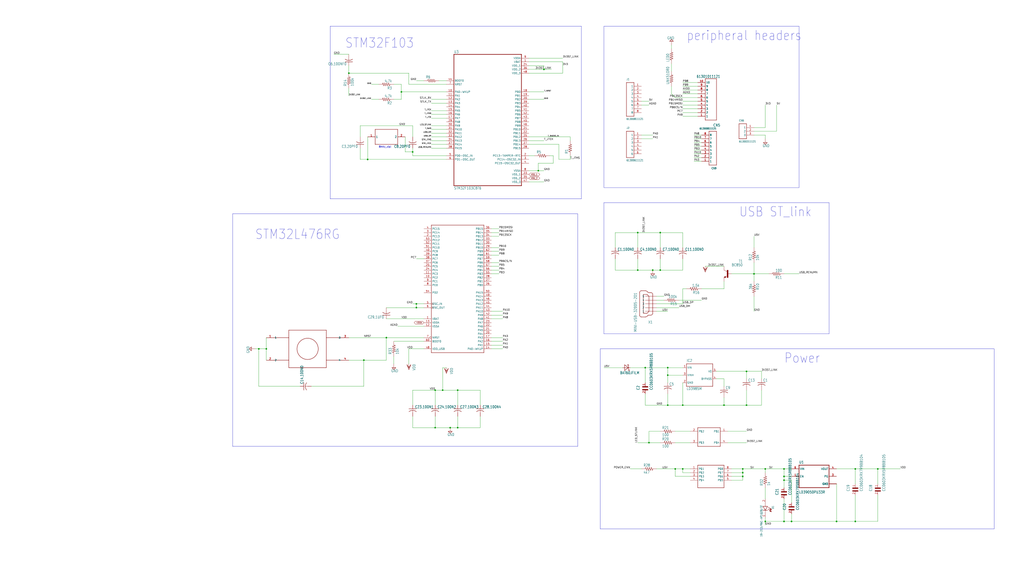
<source format=kicad_sch>
(kicad_sch (version 20230121) (generator eeschema)
  (paper "User" 693.369 383.845)
  (lib_symbols
    (symbol "STM32L476RG-eagle-import:19-213/R6C-AP1Q2B/3T"
      (property "Reference" "D" (at -3.0988 4.4958 0))
      (symbol "19-213/R6C-AP1Q2B/3T_1_0"
        (pin passive line (at 5.08 0 180) (length 2.54) (name "C") (number "1"))
        (pin passive line (at -7.62 0 0) (length 2.54) (name "A") (number "2"))
      )
    )
    (symbol "STM32L476RG-eagle-import:61300311121"
      (property "Reference" "J" (at -2.54 6.604 0))
      (symbol "61300311121_1_0"
        (pin passive line (at 7.62 2.54 180) (length 5.08) (name "1") (number "1"))
        (pin passive line (at 7.62 0 180) (length 5.08) (name "2") (number "2"))
        (pin passive line (at 7.62 -2.54 180) (length 5.08) (name "3") (number "3"))
      )
    )
    (symbol "STM32L476RG-eagle-import:61300611121"
      (property "Reference" "J" (at -2.54 9.144 0))
      (symbol "61300611121_1_0"
        (pin passive line (at 7.62 5.08 180) (length 5.08) (name "1") (number "1"))
        (pin passive line (at 7.62 2.54 180) (length 5.08) (name "2") (number "2"))
        (pin passive line (at 7.62 0 180) (length 5.08) (name "3") (number "3"))
        (pin passive line (at 7.62 -2.54 180) (length 5.08) (name "4") (number "4"))
        (pin passive line (at 7.62 -5.08 180) (length 5.08) (name "5") (number "5"))
        (pin passive line (at 7.62 -7.62 180) (length 5.08) (name "6") (number "6"))
      )
    )
    (symbol "STM32L476RG-eagle-import:61300811121"
      (property "Reference" "J" (at -2.54 11.684 0))
      (symbol "61300811121_1_0"
        (pin passive line (at 7.62 7.62 180) (length 5.08) (name "1") (number "1"))
        (pin passive line (at 7.62 5.08 180) (length 5.08) (name "2") (number "2"))
        (pin passive line (at 7.62 2.54 180) (length 5.08) (name "3") (number "3"))
        (pin passive line (at 7.62 0 180) (length 5.08) (name "4") (number "4"))
        (pin passive line (at 7.62 -2.54 180) (length 5.08) (name "5") (number "5"))
        (pin passive line (at 7.62 -5.08 180) (length 5.08) (name "6") (number "6"))
        (pin passive line (at 7.62 -7.62 180) (length 5.08) (name "7") (number "7"))
        (pin passive line (at 7.62 -10.16 180) (length 5.08) (name "8") (number "8"))
      )
    )
    (symbol "STM32L476RG-eagle-import:61301011121"
      (property "Reference" "J" (at -5.08 15.24 0))
      (symbol "61301011121_1_0"
        (pin passive line (at 10.16 10.16 180) (length 5.08) (name "1") (number "1"))
        (pin passive line (at 10.16 -12.7 180) (length 5.08) (name "10") (number "10"))
        (pin passive line (at 10.16 7.62 180) (length 5.08) (name "2") (number "2"))
        (pin passive line (at 10.16 5.08 180) (length 5.08) (name "3") (number "3"))
        (pin passive line (at 10.16 2.54 180) (length 5.08) (name "4") (number "4"))
        (pin passive line (at 10.16 0 180) (length 5.08) (name "5") (number "5"))
        (pin passive line (at 10.16 -2.54 180) (length 5.08) (name "6") (number "6"))
        (pin passive line (at 10.16 -5.08 180) (length 5.08) (name "7") (number "7"))
        (pin passive line (at 10.16 -7.62 180) (length 5.08) (name "8") (number "8"))
        (pin passive line (at 10.16 -10.16 180) (length 5.08) (name "9") (number "9"))
      )
    )
    (symbol "STM32L476RG-eagle-import:8MHZ_XTAL"
      (symbol "8MHZ_XTAL_1_0"
        (pin bidirectional line (at -12.7 0 0) (length 5.08) (name "1") (number "1"))
        (pin bidirectional line (at 12.7 0 180) (length 5.08) (name "2") (number "2"))
      )
    )
    (symbol "STM32L476RG-eagle-import:BAT60JFILM"
      (symbol "BAT60JFILM_1_0"
        (pin passive line (at -2.54 0 0) (length 2.54) (name "A") (number "A"))
        (pin passive line (at 2.54 0 180) (length 2.54) (name "C") (number "C"))
      )
    )
    (symbol "STM32L476RG-eagle-import:BC850"
      (property "Reference" "T" (at -10.16 7.62 0))
      (symbol "BC850_1_0"
        (pin passive line (at -2.54 0 0) (length 2.54) (name "B") (number "1"))
        (pin passive line (at 2.54 -5.08 90) (length 2.54) (name "E") (number "2"))
        (pin passive line (at 2.54 5.08 270) (length 2.54) (name "C") (number "3"))
      )
    )
    (symbol "STM32L476RG-eagle-import:C-USC0603"
      (property "Reference" "C" (at 1.016 0.635 0))
      (symbol "C-USC0603_1_0"
        (pin passive line (at 0 2.54 270) (length 2.54) (name "1") (number "1"))
        (pin passive line (at 0 -5.08 90) (length 2.54) (name "2") (number "2"))
      )
    )
    (symbol "STM32L476RG-eagle-import:CC0603KRX5R8BB105"
      (property "Reference" "C" (at 0 3.81 0))
      (symbol "CC0603KRX5R8BB105_1_0"
        (pin passive line (at 5.08 0 180) (length 2.54) (name "1") (number "1"))
        (pin passive line (at -2.54 0 0) (length 2.54) (name "2") (number "2"))
      )
    )
    (symbol "STM32L476RG-eagle-import:CC0603KRX7R9BB104"
      (property "Reference" "C" (at 0 3.81 0))
      (symbol "CC0603KRX7R9BB104_1_0"
        (pin passive line (at 5.08 0 180) (length 2.54) (name "1") (number "1"))
        (pin passive line (at -2.54 0 0) (length 2.54) (name "2") (number "2"))
      )
    )
    (symbol "STM32L476RG-eagle-import:GND" (power)
      (property "Value" "GND" (at -1.905 -3.175 0))
      (symbol "GND_1_0"
        (pin power_in line (at 0 2.54 270) (length 2.54) (name "GND") (number "1"))
      )
    )
    (symbol "STM32L476RG-eagle-import:LD39050PU33R"
      (property "Reference" "U" (at -10.16 8.62 0))
      (symbol "LD39050PU33R_1_0"
        (pin input line (at -15.24 0 0) (length 5.08) (name "EN") (number "1"))
        (pin power_in line (at 15.24 -5.08 180) (length 5.08) (name "GND") (number "2"))
        (pin bidirectional line (at 15.24 0 180) (length 5.08) (name "PG") (number "3"))
        (pin output line (at 15.24 5.08 180) (length 5.08) (name "VOUT") (number "4"))
        (pin power_in line (at -15.24 5.08 0) (length 5.08) (name "VIN") (number "6"))
        (pin power_in line (at 15.24 -5.08 180) (length 5.08) (name "GND") (number "7"))
      )
    )
    (symbol "STM32L476RG-eagle-import:LD3985M"
      (property "Reference" "IC" (at -10.16 8.89 0))
      (symbol "LD3985M_1_0"
        (pin input line (at -12.7 5.08 0) (length 2.54) (name "VIN") (number "1"))
        (pin power_in line (at -12.7 -5.08 0) (length 2.54) (name "GND") (number "2"))
        (pin input line (at -12.7 0 0) (length 2.54) (name "VINH") (number "3"))
        (pin passive line (at 10.16 -2.54 180) (length 2.54) (name "BYPASS") (number "4"))
        (pin output line (at 10.16 2.54 180) (length 2.54) (name "VO") (number "5"))
      )
    )
    (symbol "STM32L476RG-eagle-import:LED_BICOLOR"
      (symbol "LED_BICOLOR_1_0"
        (pin bidirectional line (at -5.08 10.16 0) (length 5.08) (name "P$1") (number "1"))
        (pin bidirectional line (at 20.32 10.16 180) (length 5.08) (name "P$2") (number "2"))
        (pin bidirectional line (at 20.32 2.54 180) (length 5.08) (name "P$3") (number "3"))
        (pin bidirectional line (at -5.08 2.54 0) (length 5.08) (name "P$4") (number "4"))
      )
    )
    (symbol "STM32L476RG-eagle-import:MINI-USB-32005-201"
      (property "Reference" "X" (at -2.54 11.43 0))
      (symbol "MINI-USB-32005-201_1_0"
        (pin passive line (at -5.08 5.08 0) (length 7.62) (name "1") (number "1"))
        (pin passive line (at -5.08 2.54 0) (length 7.62) (name "2") (number "2"))
        (pin passive line (at -5.08 0 0) (length 7.62) (name "3") (number "3"))
        (pin passive line (at -5.08 -2.54 0) (length 7.62) (name "4") (number "4"))
        (pin passive line (at -5.08 -5.08 0) (length 7.62) (name "5") (number "5"))
      )
    )
    (symbol "STM32L476RG-eagle-import:PUSHBUTTON"
      (symbol "PUSHBUTTON_1_0"
        (pin bidirectional line (at -15.24 20.32 0) (length 5.08) (name "1") (number "1"))
        (pin bidirectional line (at -15.24 5.08 0) (length 5.08) (name "2") (number "2"))
        (pin bidirectional line (at 40.64 20.32 180) (length 5.08) (name "3") (number "3"))
        (pin bidirectional line (at 40.64 5.08 180) (length 5.08) (name "4") (number "4"))
      )
    )
    (symbol "STM32L476RG-eagle-import:R-US_R0603"
      (property "Reference" "R" (at -3.81 1.4986 0))
      (symbol "R-US_R0603_1_0"
        (pin passive line (at -5.08 0 0) (length 2.54) (name "1") (number "1"))
        (pin passive line (at 5.08 0 180) (length 2.54) (name "2") (number "2"))
      )
    )
    (symbol "STM32L476RG-eagle-import:R-US_R0805"
      (property "Reference" "R" (at -3.81 1.4986 0))
      (symbol "R-US_R0805_1_0"
        (pin passive line (at -5.08 0 0) (length 2.54) (name "1") (number "1"))
        (pin passive line (at 5.08 0 180) (length 2.54) (name "2") (number "2"))
      )
    )
    (symbol "STM32L476RG-eagle-import:STM32F103CBT6"
      (property "Reference" "U" (at -22.86 43.942 0))
      (symbol "STM32F103CBT6_1_0"
        (pin power_in line (at 27.94 38.1 180) (length 5.08) (name "VBAT") (number "1"))
        (pin bidirectional line (at -27.94 17.78 0) (length 5.08) (name "PA0-WKUP") (number "10"))
        (pin bidirectional line (at -27.94 15.24 0) (length 5.08) (name "PA1") (number "11"))
        (pin bidirectional line (at -27.94 12.7 0) (length 5.08) (name "PA2") (number "12"))
        (pin bidirectional line (at -27.94 10.16 0) (length 5.08) (name "PA3") (number "13"))
        (pin bidirectional line (at -27.94 7.62 0) (length 5.08) (name "PA4") (number "14"))
        (pin bidirectional line (at -27.94 5.08 0) (length 5.08) (name "PA5") (number "15"))
        (pin bidirectional line (at -27.94 2.54 0) (length 5.08) (name "PA6") (number "16"))
        (pin bidirectional line (at -27.94 0 0) (length 5.08) (name "PA7") (number "17"))
        (pin bidirectional line (at 27.94 17.78 180) (length 5.08) (name "PB0") (number "18"))
        (pin bidirectional line (at 27.94 15.24 180) (length 5.08) (name "PB1") (number "19"))
        (pin bidirectional line (at 27.94 -25.4 180) (length 5.08) (name "PC13-TAMPER-RTC") (number "2"))
        (pin bidirectional line (at 27.94 12.7 180) (length 5.08) (name "PB2") (number "20"))
        (pin bidirectional line (at 27.94 -7.62 180) (length 5.08) (name "PB10") (number "21"))
        (pin bidirectional line (at 27.94 -10.16 180) (length 5.08) (name "PB11") (number "22"))
        (pin power_in line (at 27.94 -38.1 180) (length 5.08) (name "VSS_1") (number "23"))
        (pin power_in line (at 27.94 35.56 180) (length 5.08) (name "VDD_1") (number "24"))
        (pin bidirectional line (at 27.94 -12.7 180) (length 5.08) (name "PB12") (number "25"))
        (pin bidirectional line (at 27.94 -15.24 180) (length 5.08) (name "PB13") (number "26"))
        (pin bidirectional line (at 27.94 -17.78 180) (length 5.08) (name "PB14") (number "27"))
        (pin bidirectional line (at 27.94 -20.32 180) (length 5.08) (name "PB15") (number "28"))
        (pin bidirectional line (at -27.94 -2.54 0) (length 5.08) (name "PA8") (number "29"))
        (pin bidirectional line (at 27.94 -27.94 180) (length 5.08) (name "PC14-OSC32_IN") (number "3"))
        (pin bidirectional line (at -27.94 -5.08 0) (length 5.08) (name "PA9") (number "30"))
        (pin bidirectional line (at -27.94 -7.62 0) (length 5.08) (name "PA10") (number "31"))
        (pin bidirectional line (at -27.94 -10.16 0) (length 5.08) (name "PA11") (number "32"))
        (pin bidirectional line (at -27.94 -12.7 0) (length 5.08) (name "PA12") (number "33"))
        (pin bidirectional line (at -27.94 -15.24 0) (length 5.08) (name "PA13") (number "34"))
        (pin power_in line (at 27.94 -40.64 180) (length 5.08) (name "VSS_2") (number "35"))
        (pin power_in line (at 27.94 33.02 180) (length 5.08) (name "VDD_2") (number "36"))
        (pin bidirectional line (at -27.94 -17.78 0) (length 5.08) (name "PA14") (number "37"))
        (pin bidirectional line (at -27.94 -20.32 0) (length 5.08) (name "PA15") (number "38"))
        (pin bidirectional line (at 27.94 10.16 180) (length 5.08) (name "PB3") (number "39"))
        (pin bidirectional line (at 27.94 -30.48 180) (length 5.08) (name "PC15-OSC32_OUT") (number "4"))
        (pin bidirectional line (at 27.94 7.62 180) (length 5.08) (name "PB4") (number "40"))
        (pin bidirectional line (at 27.94 5.08 180) (length 5.08) (name "PB5") (number "41"))
        (pin bidirectional line (at 27.94 2.54 180) (length 5.08) (name "PB6") (number "42"))
        (pin bidirectional line (at 27.94 0 180) (length 5.08) (name "PB7") (number "43"))
        (pin input line (at -27.94 25.4 0) (length 5.08) (name "BOOT0") (number "44"))
        (pin bidirectional line (at 27.94 -2.54 180) (length 5.08) (name "PB8") (number "45"))
        (pin bidirectional line (at 27.94 -5.08 180) (length 5.08) (name "PB9") (number "46"))
        (pin power_in line (at 27.94 -43.18 180) (length 5.08) (name "VSS_3") (number "47"))
        (pin power_in line (at 27.94 30.48 180) (length 5.08) (name "VDD_3") (number "48"))
        (pin bidirectional line (at -27.94 -25.4 0) (length 5.08) (name "PD0-OSC_IN") (number "5"))
        (pin bidirectional line (at -27.94 -27.94 0) (length 5.08) (name "PD1-OSC_OUT") (number "6"))
        (pin bidirectional line (at -27.94 22.86 0) (length 5.08) (name "NRST") (number "7"))
        (pin power_in line (at 27.94 -35.56 180) (length 5.08) (name "VSSA") (number "8"))
        (pin power_in line (at 27.94 40.64 180) (length 5.08) (name "VDDA") (number "9"))
      )
    )
    (symbol "STM32L476RG-eagle-import:STM32L476RT"
      (symbol "STM32L476RT_1_0"
        (pin power_in line (at -22.86 -20.32 0) (length 5.08) (name "VBAT") (number "1"))
        (pin bidirectional line (at -22.86 7.62 0) (length 5.08) (name "PC2") (number "10"))
        (pin bidirectional line (at -22.86 10.16 0) (length 5.08) (name "PC3") (number "11"))
        (pin power_in line (at -22.86 -25.4 0) (length 5.08) (name "VSSA") (number "12"))
        (pin power_in line (at -22.86 -22.86 0) (length 5.08) (name "VDDA") (number "13"))
        (pin bidirectional line (at 22.86 -40.64 180) (length 5.08) (name "PA0-WKUP") (number "14"))
        (pin bidirectional line (at 22.86 -38.1 180) (length 5.08) (name "PA1") (number "15"))
        (pin bidirectional line (at 22.86 -35.56 180) (length 5.08) (name "PA2") (number "16"))
        (pin bidirectional line (at 22.86 -33.02 180) (length 5.08) (name "PA3") (number "17"))
        (pin bidirectional line (at -22.86 35.56 0) (length 5.08) (name "PC13") (number "2"))
        (pin bidirectional line (at 22.86 -30.48 180) (length 5.08) (name "PA4") (number "20"))
        (pin bidirectional line (at 22.86 -27.94 180) (length 5.08) (name "PA5") (number "21"))
        (pin bidirectional line (at 22.86 -25.4 180) (length 5.08) (name "PA6") (number "22"))
        (pin bidirectional line (at 22.86 -22.86 180) (length 5.08) (name "PA7") (number "23"))
        (pin bidirectional line (at -22.86 12.7 0) (length 5.08) (name "PC4") (number "24"))
        (pin bidirectional line (at -22.86 15.24 0) (length 5.08) (name "PC5") (number "25"))
        (pin bidirectional line (at 22.86 2.54 180) (length 5.08) (name "PB0") (number "26"))
        (pin bidirectional line (at 22.86 5.08 180) (length 5.08) (name "PB1") (number "27"))
        (pin bidirectional line (at 22.86 7.62 180) (length 5.08) (name "PB2") (number "28"))
        (pin bidirectional line (at 22.86 27.94 180) (length 5.08) (name "PB10") (number "29"))
        (pin bidirectional line (at -22.86 38.1 0) (length 5.08) (name "PC14") (number "3"))
        (pin bidirectional line (at 22.86 30.48 180) (length 5.08) (name "PB11") (number "30"))
        (pin bidirectional line (at 22.86 33.02 180) (length 5.08) (name "PB12") (number "33"))
        (pin bidirectional line (at 22.86 35.56 180) (length 5.08) (name "PB13") (number "34"))
        (pin bidirectional line (at 22.86 38.1 180) (length 5.08) (name "PB14") (number "35"))
        (pin bidirectional line (at 22.86 40.64 180) (length 5.08) (name "PB15") (number "36"))
        (pin bidirectional line (at -22.86 17.78 0) (length 5.08) (name "PC6") (number "37"))
        (pin bidirectional line (at -22.86 20.32 0) (length 5.08) (name "PC7") (number "38"))
        (pin bidirectional line (at -22.86 22.86 0) (length 5.08) (name "PC8") (number "39"))
        (pin bidirectional line (at -22.86 40.64 0) (length 5.08) (name "PC15") (number "4"))
        (pin bidirectional line (at -22.86 25.4 0) (length 5.08) (name "PC9") (number "40"))
        (pin bidirectional line (at 22.86 -20.32 180) (length 5.08) (name "PA8") (number "41"))
        (pin bidirectional line (at 22.86 -17.78 180) (length 5.08) (name "PA9") (number "42"))
        (pin bidirectional line (at 22.86 -15.24 180) (length 5.08) (name "PA10") (number "43"))
        (pin bidirectional line (at 22.86 -12.7 180) (length 5.08) (name "PA11") (number "44"))
        (pin bidirectional line (at 22.86 -10.16 180) (length 5.08) (name "PA12") (number "45"))
        (pin bidirectional line (at 22.86 -7.62 180) (length 5.08) (name "PA13") (number "46"))
        (pin power_in line (at -22.86 -40.64 0) (length 5.08) (name "VDD_USB") (number "48"))
        (pin bidirectional line (at 22.86 -5.08 180) (length 5.08) (name "PA14") (number "49"))
        (pin bidirectional clock (at -22.86 -10.16 0) (length 5.08) (name "OSC_IN") (number "5"))
        (pin bidirectional line (at 22.86 -2.54 180) (length 5.08) (name "PA15") (number "50"))
        (pin bidirectional line (at -22.86 27.94 0) (length 5.08) (name "PC10") (number "51"))
        (pin bidirectional line (at -22.86 30.48 0) (length 5.08) (name "PC11") (number "52"))
        (pin bidirectional line (at -22.86 33.02 0) (length 5.08) (name "PC12") (number "53"))
        (pin bidirectional line (at -22.86 -2.54 0) (length 5.08) (name "PD2") (number "54"))
        (pin bidirectional line (at 22.86 10.16 180) (length 5.08) (name "PB3") (number "55"))
        (pin bidirectional line (at 22.86 12.7 180) (length 5.08) (name "PB4") (number "56"))
        (pin bidirectional line (at 22.86 15.24 180) (length 5.08) (name "PB5") (number "57"))
        (pin bidirectional line (at 22.86 17.78 180) (length 5.08) (name "PB6") (number "58"))
        (pin bidirectional line (at 22.86 20.32 180) (length 5.08) (name "PB7") (number "59"))
        (pin bidirectional clock (at -22.86 -12.7 0) (length 5.08) (name "OSC_OUT") (number "6"))
        (pin input line (at -22.86 -35.56 0) (length 5.08) (name "BOOT0") (number "60"))
        (pin bidirectional line (at 22.86 22.86 180) (length 5.08) (name "PB8") (number "61"))
        (pin bidirectional line (at 22.86 25.4 180) (length 5.08) (name "PB9") (number "62"))
        (pin bidirectional inverted (at -22.86 -33.02 0) (length 5.08) (name "NRST") (number "7"))
        (pin bidirectional line (at -22.86 2.54 0) (length 5.08) (name "PC0") (number "8"))
        (pin bidirectional line (at -22.86 5.08 0) (length 5.08) (name "PC1") (number "9"))
      )
      (symbol "STM32L476RT_2_0"
        (pin power_in line (at -7.62 -17.78 90) (length 5.08) (name "VSS@1") (number "18"))
        (pin power_in line (at -5.08 17.78 270) (length 5.08) (name "VDD@1") (number "19"))
        (pin power_in line (at -2.54 -17.78 90) (length 5.08) (name "VSS@2") (number "31"))
        (pin power_in line (at 0 17.78 270) (length 5.08) (name "VDD@2") (number "32"))
        (pin power_in line (at 7.62 -17.78 90) (length 5.08) (name "VSS@4") (number "47"))
        (pin power_in line (at 2.54 -17.78 90) (length 5.08) (name "VSS@3") (number "63"))
        (pin power_in line (at 5.08 17.78 270) (length 5.08) (name "VDD@3") (number "64"))
      )
    )
    (symbol "STM32L476RG-eagle-import:STS9P3LLH6"
      (symbol "STS9P3LLH6_1_0"
        (pin bidirectional line (at -5.08 12.7 0) (length 5.08) (name "P$1") (number "1"))
        (pin bidirectional line (at -5.08 10.16 0) (length 5.08) (name "P$2") (number "2"))
        (pin bidirectional line (at -5.08 7.62 0) (length 5.08) (name "P$3") (number "3"))
        (pin bidirectional line (at -5.08 5.08 0) (length 5.08) (name "P$4") (number "4"))
        (pin bidirectional line (at 22.86 5.08 180) (length 5.08) (name "P$5") (number "5"))
        (pin bidirectional line (at 22.86 7.62 180) (length 5.08) (name "P$6") (number "6"))
        (pin bidirectional line (at 22.86 10.16 180) (length 5.08) (name "P$7") (number "7"))
        (pin bidirectional line (at 22.86 12.7 180) (length 5.08) (name "P$8") (number "8"))
      )
    )
    (symbol "STM32L476RG-eagle-import:VDD" (power)
      (property "Value" "VDD" (at -2.54 -2.54 90))
      (symbol "VDD_1_0"
        (pin power_in line (at 0 -2.54 90) (length 2.54) (name "VDD") (number "1"))
      )
    )
  )
  (junction (at 441.96 182.88))
  (junction (at 261.62 228.6))
  (junction (at 246.38 243.84))
  (junction (at 505.46 251.46))
  (junction (at 579.12 317.5))
  (junction (at 180.34 236.22))
  (junction (at 271.78 62.23))
  (junction (at 530.86 353.06))
  (junction (at 279.4 102.87))
  (junction (at 452.12 248.92))
  (junction (at 510.54 185.42))
  (junction (at 462.28 317.5))
  (junction (at 502.92 320.04))
  (junction (at 436.88 248.92))
  (junction (at 505.46 274.32))
  (junction (at 364.49 115.57))
  (junction (at 502.92 322.58))
  (junction (at 447.04 157.48))
  (junction (at 431.8 182.88))
  (junction (at 281.94 205.74))
  (junction (at 530.86 317.5))
  (junction (at 431.8 157.48))
  (junction (at 281.94 208.28))
  (junction (at 457.2 317.5))
  (junction (at 530.86 325.12))
  (junction (at 502.92 317.5))
  (junction (at 452.12 274.32))
  (junction (at 462.28 274.32))
  (junction (at 304.8 289.56))
  (junction (at 309.88 264.16))
  (junction (at 518.16 353.06))
  (junction (at 594.36 317.5))
  (junction (at 447.04 182.88))
  (junction (at 294.64 264.16))
  (junction (at 452.12 254))
  (junction (at 530.86 322.58))
  (junction (at 490.22 274.32))
  (junction (at 294.64 289.56))
  (junction (at 236.22 49.53))
  (junction (at 248.92 107.95))
  (junction (at 368.3 46.99))
  (junction (at 579.12 353.06))
  (junction (at 299.72 264.16))
  (junction (at 566.42 353.06))
  (junction (at 518.16 317.5))
  (junction (at 309.88 289.56))
  (junction (at 439.42 299.72))
  (junction (at 535.94 353.06))
  (junction (at 175.26 236.22))
  (wire (pts (xy 505.46 251.46) (xy 515.62 251.46)) (stroke (width 0.1524)))
  (wire (pts (xy 374.65 105.41) (xy 374.65 110.49)))
  (wire (pts (xy 304.8 289.56) (xy 309.88 289.56)) (stroke (width 0.1524)))
  (wire (pts (xy 408.94 248.92) (xy 421.64 248.92)) (stroke (width 0.1524)))
  (wire (pts (xy 332.74 233.68) (xy 340.36 233.68)) (stroke (width 0.1524)))
  (wire (pts (xy 210.82 261.62) (xy 246.38 261.62)) (stroke (width 0.1524)))
  (wire (pts (xy 358.14 44.45) (xy 368.3 44.45)) (stroke (width 0.1524)))
  (wire (pts (xy 447.04 175.26) (xy 447.04 182.88)) (stroke (width 0.1524)))
  (polyline (pts (xy 541.02 127) (xy 408.94 127)) (stroke (width 0.1524) (type solid)))
  (polyline (pts (xy 408.94 127) (xy 408.94 17.78)) (stroke (width 0.1524) (type solid)))
  (wire (pts (xy 378.46 97.79) (xy 358.14 97.79)) (stroke (width 0.1524)))
  (wire (pts (xy 309.88 274.32) (xy 309.88 264.16)) (stroke (width 0.1524)))
  (wire (pts (xy 279.4 85.09) (xy 243.84 85.09)) (stroke (width 0.1524)))
  (wire (pts (xy 594.36 335.28) (xy 594.36 353.06)) (stroke (width 0.1524)))
  (polyline (pts (xy 391.16 144.78) (xy 157.48 144.78)) (stroke (width 0.1524) (type solid)))
  (wire (pts (xy 472.44 60.96) (xy 462.28 60.96)) (stroke (width 0.1524)))
  (wire (pts (xy 467.36 299.72) (xy 457.2 299.72)) (stroke (width 0.1524)))
  (wire (pts (xy 485.14 251.46) (xy 505.46 251.46)) (stroke (width 0.1524)))
  (wire (pts (xy 309.88 281.94) (xy 309.88 289.56)) (stroke (width 0.1524)))
  (wire (pts (xy 287.02 231.14) (xy 266.7 231.14)) (stroke (width 0.1524)))
  (wire (pts (xy 364.49 110.49) (xy 364.49 115.57)))
  (wire (pts (xy 294.64 274.32) (xy 294.64 264.16)) (stroke (width 0.1524)))
  (wire (pts (xy 302.26 90.17) (xy 292.1 90.17)) (stroke (width 0.1524)))
  (wire (pts (xy 416.56 167.64) (xy 416.56 157.48)) (stroke (width 0.1524)))
  (wire (pts (xy 447.04 292.1) (xy 439.42 292.1)) (stroke (width 0.1524)))
  (wire (pts (xy 447.04 157.48) (xy 462.28 157.48)) (stroke (width 0.1524)))
  (wire (pts (xy 436.88 266.7) (xy 436.88 274.32)) (stroke (width 0.1524)))
  (polyline (pts (xy 223.52 17.78) (xy 393.7 17.78)) (stroke (width 0.1524) (type solid)))
  (wire (pts (xy 266.7 57.15) (xy 271.78 57.15)) (stroke (width 0.1524)))
  (wire (pts (xy 287.02 220.98) (xy 269.24 220.98)) (stroke (width 0.1524)))
  (wire (pts (xy 434.34 91.44) (xy 441.96 91.44)) (stroke (width 0.1524)))
  (polyline (pts (xy 673.1 236.22) (xy 673.1 358.14)) (stroke (width 0.1524) (type solid)))
  (wire (pts (xy 535.94 325.12) (xy 530.86 325.12)) (stroke (width 0.1524)))
  (wire (pts (xy 444.5 210.82) (xy 452.12 210.82)) (stroke (width 0.1524)))
  (wire (pts (xy 256.54 57.15) (xy 251.46 57.15)) (stroke (width 0.1524)))
  (wire (pts (xy 474.98 99.06) (xy 469.9 99.06)) (stroke (width 0.1524)))
  (polyline (pts (xy 541.02 17.78) (xy 541.02 127)) (stroke (width 0.1524) (type solid)))
  (wire (pts (xy 510.54 190.5) (xy 510.54 185.42)) (stroke (width 0.1524)))
  (wire (pts (xy 566.42 317.5) (xy 579.12 317.5)) (stroke (width 0.1524)))
  (wire (pts (xy 172.72 236.22) (xy 175.26 236.22)) (stroke (width 0.1524)))
  (wire (pts (xy 530.86 337.82) (xy 530.86 353.06)) (stroke (width 0.1524)))
  (wire (pts (xy 372.11 105.41) (xy 374.65 105.41)))
  (wire (pts (xy 416.56 157.48) (xy 431.8 157.48)) (stroke (width 0.1524)))
  (wire (pts (xy 381 41.91) (xy 358.14 41.91)) (stroke (width 0.1524)))
  (polyline (pts (xy 561.34 137.16) (xy 561.34 226.06)) (stroke (width 0.1524) (type solid)))
  (wire (pts (xy 236.22 59.69) (xy 236.22 64.77)) (stroke (width 0.1524)))
  (wire (pts (xy 495.3 325.12) (xy 502.92 325.12)) (stroke (width 0.1524)))
  (wire (pts (xy 462.28 320.04) (xy 462.28 317.5)) (stroke (width 0.1524)))
  (wire (pts (xy 302.26 77.47) (xy 292.1 77.47)) (stroke (width 0.1524)))
  (wire (pts (xy 279.4 85.09) (xy 279.4 92.71)) (stroke (width 0.1524)))
  (wire (pts (xy 452.12 259.08) (xy 452.12 254)) (stroke (width 0.1524)))
  (wire (pts (xy 518.16 320.04) (xy 518.16 317.5)) (stroke (width 0.1524)))
  (wire (pts (xy 358.14 123.19) (xy 368.3 123.19)) (stroke (width 0.1524)))
  (wire (pts (xy 302.26 74.93) (xy 292.1 74.93)) (stroke (width 0.1524)))
  (wire (pts (xy 299.72 248.92) (xy 299.72 264.16)) (stroke (width 0.1524)))
  (wire (pts (xy 279.4 264.16) (xy 294.64 264.16)) (stroke (width 0.1524)))
  (wire (pts (xy 374.65 110.49) (xy 364.49 110.49)))
  (wire (pts (xy 358.14 49.53) (xy 381 49.53)) (stroke (width 0.1524)))
  (polyline (pts (xy 393.7 134.62) (xy 223.52 134.62)) (stroke (width 0.1524) (type solid)))
  (wire (pts (xy 332.74 180.34) (xy 337.82 180.34)) (stroke (width 0.1524)))
  (wire (pts (xy 452.12 274.32) (xy 462.28 274.32)) (stroke (width 0.1524)))
  (wire (pts (xy 276.86 246.38) (xy 276.86 236.22)) (stroke (width 0.1524)))
  (wire (pts (xy 358.14 115.57) (xy 364.49 115.57)) (stroke (width 0.1524)))
  (wire (pts (xy 472.44 68.58) (xy 462.28 68.58)) (stroke (width 0.1524)))
  (wire (pts (xy 299.72 264.16) (xy 294.64 264.16)) (stroke (width 0.1524)))
  (wire (pts (xy 447.04 182.88) (xy 462.28 182.88)) (stroke (width 0.1524)))
  (wire (pts (xy 279.4 102.87) (xy 279.4 100.33)) (stroke (width 0.1524)))
  (wire (pts (xy 485.14 256.54) (xy 490.22 256.54)) (stroke (width 0.1524)))
  (wire (pts (xy 287.02 175.26) (xy 281.94 175.26)) (stroke (width 0.1524)))
  (wire (pts (xy 332.74 228.6) (xy 340.36 228.6)) (stroke (width 0.1524)))
  (wire (pts (xy 510.54 200.66) (xy 510.54 210.82)) (stroke (width 0.1524)))
  (wire (pts (xy 287.02 54.61) (xy 281.94 54.61)) (stroke (width 0.1524)))
  (wire (pts (xy 302.26 54.61) (xy 297.18 54.61)) (stroke (width 0.1524)))
  (wire (pts (xy 502.92 320.04) (xy 502.92 317.5)) (stroke (width 0.1524)))
  (wire (pts (xy 302.26 87.63) (xy 292.1 87.63)) (stroke (width 0.1524)))
  (wire (pts (xy 472.44 76.2) (xy 462.28 76.2)) (stroke (width 0.1524)))
  (wire (pts (xy 434.34 93.98) (xy 441.96 93.98)) (stroke (width 0.1524)))
  (wire (pts (xy 472.44 71.12) (xy 462.28 71.12)) (stroke (width 0.1524)))
  (wire (pts (xy 474.98 101.6) (xy 469.9 101.6)) (stroke (width 0.1524)))
  (wire (pts (xy 279.4 105.41) (xy 279.4 102.87)) (stroke (width 0.1524)))
  (wire (pts (xy 454.66 33.02) (xy 454.66 30.48)) (stroke (width 0.1524)))
  (wire (pts (xy 472.44 66.04) (xy 457.2 66.04)) (stroke (width 0.1524)))
  (wire (pts (xy 279.4 274.32) (xy 279.4 264.16)) (stroke (width 0.1524)))
  (wire (pts (xy 452.12 266.7) (xy 452.12 274.32)) (stroke (width 0.1524)))
  (wire (pts (xy 243.84 85.09) (xy 243.84 92.71)) (stroke (width 0.1524)))
  (wire (pts (xy 434.34 68.58) (xy 439.42 68.58)) (stroke (width 0.1524)))
  (polyline (pts (xy 223.52 134.62) (xy 223.52 17.78)) (stroke (width 0.1524) (type solid)))
  (wire (pts (xy 462.28 182.88) (xy 462.28 175.26)) (stroke (width 0.1524)))
  (wire (pts (xy 474.98 106.68) (xy 469.9 106.68)) (stroke (width 0.1524)))
  (wire (pts (xy 515.62 264.16) (xy 515.62 274.32)) (stroke (width 0.1524)))
  (wire (pts (xy 180.34 236.22) (xy 180.34 228.6)) (stroke (width 0.1524)))
  (wire (pts (xy 358.14 46.99) (xy 368.3 46.99)) (stroke (width 0.1524)))
  (wire (pts (xy 518.16 353.06) (xy 518.16 355.6)) (stroke (width 0.1524)))
  (wire (pts (xy 246.38 261.62) (xy 246.38 243.84)) (stroke (width 0.1524)))
  (wire (pts (xy 510.54 185.42) (xy 520.7 185.42)) (stroke (width 0.1524)))
  (wire (pts (xy 434.34 71.12) (xy 439.42 71.12)) (stroke (width 0.1524)))
  (wire (pts (xy 175.26 236.22) (xy 180.34 236.22)) (stroke (width 0.1524)))
  (wire (pts (xy 332.74 154.94) (xy 337.82 154.94)) (stroke (width 0.1524)))
  (wire (pts (xy 518.16 330.2) (xy 518.16 337.82)) (stroke (width 0.1524)))
  (wire (pts (xy 467.36 317.5) (xy 462.28 317.5)) (stroke (width 0.1524)))
  (wire (pts (xy 236.22 243.84) (xy 246.38 243.84)) (stroke (width 0.1524)))
  (wire (pts (xy 579.12 317.5) (xy 594.36 317.5)) (stroke (width 0.1524)))
  (wire (pts (xy 281.94 205.74) (xy 279.4 205.74)) (stroke (width 0.1524)))
  (wire (pts (xy 525.78 88.9) (xy 525.78 71.12)) (stroke (width 0.1524)))
  (wire (pts (xy 431.8 157.48) (xy 447.04 157.48)) (stroke (width 0.1524)))
  (wire (pts (xy 505.46 264.16) (xy 505.46 274.32)) (stroke (width 0.1524)))
  (wire (pts (xy 271.78 67.31) (xy 266.7 67.31)) (stroke (width 0.1524)))
  (wire (pts (xy 462.28 205.74) (xy 462.28 195.58)) (stroke (width 0.1524)))
  (wire (pts (xy 472.44 58.42) (xy 462.28 58.42)) (stroke (width 0.1524)))
  (wire (pts (xy 449.58 203.2) (xy 444.5 203.2)) (stroke (width 0.1524)))
  (wire (pts (xy 271.78 57.15) (xy 271.78 62.23)) (stroke (width 0.1524)))
  (wire (pts (xy 452.12 254) (xy 462.28 254)) (stroke (width 0.1524)))
  (wire (pts (xy 358.14 62.23) (xy 368.3 62.23)) (stroke (width 0.1524)))
  (wire (pts (xy 505.46 274.32) (xy 490.22 274.32)) (stroke (width 0.1524)))
  (wire (pts (xy 302.26 97.79) (xy 292.1 97.79)) (stroke (width 0.1524)))
  (wire (pts (xy 530.86 322.58) (xy 530.86 317.5)) (stroke (width 0.1524)))
  (wire (pts (xy 474.98 104.14) (xy 469.9 104.14)) (stroke (width 0.1524)))
  (wire (pts (xy 364.49 115.57) (xy 368.3 115.57)) (stroke (width 0.1524)))
  (wire (pts (xy 279.4 281.94) (xy 279.4 289.56)) (stroke (width 0.1524)))
  (wire (pts (xy 594.36 353.06) (xy 579.12 353.06)) (stroke (width 0.1524)))
  (polyline (pts (xy 406.4 358.14) (xy 406.4 236.22)) (stroke (width 0.1524) (type solid)))
  (wire (pts (xy 332.74 210.82) (xy 340.36 210.82)) (stroke (width 0.1524)))
  (polyline (pts (xy 393.7 17.78) (xy 393.7 134.62)) (stroke (width 0.1524) (type solid)))
  (wire (pts (xy 495.3 322.58) (xy 502.92 322.58)) (stroke (width 0.1524)))
  (wire (pts (xy 462.28 259.08) (xy 462.28 274.32)) (stroke (width 0.1524)))
  (wire (pts (xy 332.74 236.22) (xy 340.36 236.22)) (stroke (width 0.1524)))
  (wire (pts (xy 490.22 256.54) (xy 490.22 261.62)) (stroke (width 0.1524)))
  (wire (pts (xy 236.22 49.53) (xy 236.22 44.45)) (stroke (width 0.1524)))
  (wire (pts (xy 325.12 289.56) (xy 325.12 281.94)) (stroke (width 0.1524)))
  (wire (pts (xy 236.22 49.53) (xy 276.86 49.53)) (stroke (width 0.1524)))
  (wire (pts (xy 436.88 248.92) (xy 452.12 248.92)) (stroke (width 0.1524)))
  (wire (pts (xy 515.62 274.32) (xy 505.46 274.32)) (stroke (width 0.1524)))
  (wire (pts (xy 302.26 100.33) (xy 292.1 100.33)) (stroke (width 0.1524)))
  (wire (pts (xy 309.88 264.16) (xy 299.72 264.16)) (stroke (width 0.1524)))
  (wire (pts (xy 386.08 107.95) (xy 378.46 107.95)) (stroke (width 0.1524)))
  (wire (pts (xy 439.42 299.72) (xy 431.8 299.72)) (stroke (width 0.1524)))
  (wire (pts (xy 332.74 185.42) (xy 337.82 185.42)) (stroke (width 0.1524)))
  (wire (pts (xy 276.86 49.53) (xy 276.86 57.15)) (stroke (width 0.1524)))
  (wire (pts (xy 358.14 39.37) (xy 381 39.37)) (stroke (width 0.1524)))
  (wire (pts (xy 261.62 215.9) (xy 287.02 215.9)) (stroke (width 0.1524)))
  (wire (pts (xy 332.74 157.48) (xy 337.82 157.48)) (stroke (width 0.1524)))
  (wire (pts (xy 457.2 292.1) (xy 467.36 292.1)) (stroke (width 0.1524)))
  (wire (pts (xy 530.86 353.06) (xy 518.16 353.06)) (stroke (width 0.1524)))
  (wire (pts (xy 472.44 78.74) (xy 462.28 78.74)) (stroke (width 0.1524)))
  (wire (pts (xy 302.26 85.09) (xy 292.1 85.09)) (stroke (width 0.1524)))
  (wire (pts (xy 261.62 208.28) (xy 281.94 208.28)) (stroke (width 0.1524)))
  (wire (pts (xy 505.46 251.46) (xy 505.46 256.54)) (stroke (width 0.1524)))
  (wire (pts (xy 426.72 248.92) (xy 436.88 248.92)) (stroke (width 0.1524)))
  (wire (pts (xy 279.4 289.56) (xy 294.64 289.56)) (stroke (width 0.1524)))
  (polyline (pts (xy 408.94 137.16) (xy 561.34 137.16)) (stroke (width 0.1524) (type solid)))
  (wire (pts (xy 302.26 67.31) (xy 292.1 67.31)) (stroke (width 0.1524)))
  (wire (pts (xy 566.42 353.06) (xy 535.94 353.06)) (stroke (width 0.1524)))
  (wire (pts (xy 358.14 105.41) (xy 361.95 105.41)))
  (wire (pts (xy 459.74 203.2) (xy 474.98 203.2)) (stroke (width 0.1524)))
  (wire (pts (xy 441.96 182.88) (xy 447.04 182.88)) (stroke (width 0.1524)))
  (wire (pts (xy 594.36 317.5) (xy 609.6 317.5)) (stroke (width 0.1524)))
  (wire (pts (xy 246.38 243.84) (xy 261.62 243.84)) (stroke (width 0.1524)))
  (wire (pts (xy 444.5 205.74) (xy 462.28 205.74)) (stroke (width 0.1524)))
  (wire (pts (xy 287.02 236.22) (xy 276.86 236.22)) (stroke (width 0.1524)))
  (wire (pts (xy 256.54 67.31) (xy 251.46 67.31)) (stroke (width 0.1524)))
  (wire (pts (xy 502.92 317.5) (xy 518.16 317.5)) (stroke (width 0.1524)))
  (wire (pts (xy 518.16 350.52) (xy 518.16 353.06)) (stroke (width 0.1524)))
  (polyline (pts (xy 673.1 358.14) (xy 406.4 358.14)) (stroke (width 0.1524) (type solid)))
  (wire (pts (xy 444.5 208.28) (xy 459.74 208.28)) (stroke (width 0.1524)))
  (wire (pts (xy 294.64 281.94) (xy 294.64 289.56)) (stroke (width 0.1524)))
  (wire (pts (xy 439.42 299.72) (xy 447.04 299.72)) (stroke (width 0.1524)))
  (wire (pts (xy 474.98 91.44) (xy 469.9 91.44)) (stroke (width 0.1524)))
  (wire (pts (xy 416.56 182.88) (xy 431.8 182.88)) (stroke (width 0.1524)))
  (wire (pts (xy 325.12 264.16) (xy 309.88 264.16)) (stroke (width 0.1524)))
  (wire (pts (xy 431.8 167.64) (xy 431.8 157.48)) (stroke (width 0.1524)))
  (wire (pts (xy 332.74 167.64) (xy 337.82 167.64)) (stroke (width 0.1524)))
  (wire (pts (xy 510.54 91.44) (xy 518.16 91.44)) (stroke (width 0.1524)))
  (wire (pts (xy 454.66 63.5) (xy 454.66 58.42)) (stroke (width 0.1524)))
  (wire (pts (xy 302.26 69.85) (xy 292.1 69.85)) (stroke (width 0.1524)))
  (wire (pts (xy 462.28 317.5) (xy 457.2 317.5)) (stroke (width 0.1524)))
  (wire (pts (xy 495.3 185.42) (xy 510.54 185.42)) (stroke (width 0.1524)))
  (wire (pts (xy 203.2 261.62) (xy 175.26 261.62)) (stroke (width 0.1524)))
  (wire (pts (xy 302.26 62.23) (xy 271.78 62.23)) (stroke (width 0.1524)))
  (wire (pts (xy 490.22 195.58) (xy 490.22 190.5)) (stroke (width 0.1524)))
  (wire (pts (xy 454.66 48.26) (xy 454.66 43.18)) (stroke (width 0.1524)))
  (wire (pts (xy 444.5 200.66) (xy 449.58 200.66)) (stroke (width 0.1524)))
  (wire (pts (xy 261.62 243.84) (xy 261.62 228.6)) (stroke (width 0.1524)))
  (wire (pts (xy 530.86 330.2) (xy 530.86 325.12)) (stroke (width 0.1524)))
  (polyline (pts (xy 157.48 144.78) (xy 157.48 302.26)) (stroke (width 0.1524) (type solid)))
  (wire (pts (xy 518.16 317.5) (xy 530.86 317.5)) (stroke (width 0.1524)))
  (wire (pts (xy 447.04 167.64) (xy 447.04 157.48)) (stroke (width 0.1524)))
  (wire (pts (xy 495.3 317.5) (xy 502.92 317.5)) (stroke (width 0.1524)))
  (wire (pts (xy 474.98 195.58) (xy 490.22 195.58)) (stroke (width 0.1524)))
  (wire (pts (xy 510.54 177.8) (xy 510.54 185.42)) (stroke (width 0.1524)))
  (wire (pts (xy 332.74 172.72) (xy 337.82 172.72)) (stroke (width 0.1524)))
  (polyline (pts (xy 561.34 226.06) (xy 408.94 226.06)) (stroke (width 0.1524) (type solid)))
  (wire (pts (xy 462.28 195.58) (xy 464.82 195.58)) (stroke (width 0.1524)))
  (wire (pts (xy 535.94 353.06) (xy 530.86 353.06)) (stroke (width 0.1524)))
  (wire (pts (xy 309.88 289.56) (xy 325.12 289.56)) (stroke (width 0.1524)))
  (wire (pts (xy 302.26 92.71) (xy 292.1 92.71)) (stroke (width 0.1524)))
  (wire (pts (xy 386.08 92.71) (xy 386.08 95.25)) (stroke (width 0.1524)))
  (polyline (pts (xy 406.4 236.22) (xy 673.1 236.22)) (stroke (width 0.1524) (type solid)))
  (wire (pts (xy 431.8 182.88) (xy 441.96 182.88)) (stroke (width 0.1524)))
  (wire (pts (xy 274.32 102.87) (xy 279.4 102.87)))
  (wire (pts (xy 579.12 353.06) (xy 566.42 353.06)) (stroke (width 0.1524)))
  (wire (pts (xy 302.26 248.92) (xy 299.72 248.92)) (stroke (width 0.1524)))
  (wire (pts (xy 386.08 105.41) (xy 386.08 107.95)) (stroke (width 0.1524)))
  (wire (pts (xy 332.74 213.36) (xy 340.36 213.36)) (stroke (width 0.1524)))
  (wire (pts (xy 474.98 96.52) (xy 469.9 96.52)) (stroke (width 0.1524)))
  (wire (pts (xy 467.36 322.58) (xy 457.2 322.58)) (stroke (width 0.1524)))
  (wire (pts (xy 474.98 93.98) (xy 469.9 93.98)) (stroke (width 0.1524)))
  (wire (pts (xy 594.36 327.66) (xy 594.36 317.5)) (stroke (width 0.1524)))
  (wire (pts (xy 502.92 325.12) (xy 502.92 322.58)) (stroke (width 0.1524)))
  (wire (pts (xy 236.22 36.83) (xy 226.06 36.83)) (stroke (width 0.1524)))
  (wire (pts (xy 325.12 274.32) (xy 325.12 264.16)) (stroke (width 0.1524)))
  (wire (pts (xy 510.54 167.64) (xy 510.54 160.02)) (stroke (width 0.1524)))
  (wire (pts (xy 566.42 327.66) (xy 566.42 353.06)) (stroke (width 0.1524)))
  (wire (pts (xy 332.74 231.14) (xy 340.36 231.14)) (stroke (width 0.1524)))
  (wire (pts (xy 302.26 95.25) (xy 292.1 95.25)) (stroke (width 0.1524)))
  (wire (pts (xy 287.02 205.74) (xy 281.94 205.74)) (stroke (width 0.1524)))
  (wire (pts (xy 515.62 251.46) (xy 515.62 256.54)) (stroke (width 0.1524)))
  (wire (pts (xy 434.34 317.5) (xy 426.72 317.5)) (stroke (width 0.1524)))
  (wire (pts (xy 535.94 347.98) (xy 535.94 353.06)) (stroke (width 0.1524)))
  (wire (pts (xy 332.74 182.88) (xy 337.82 182.88)) (stroke (width 0.1524)))
  (wire (pts (xy 266.7 241.3) (xy 266.7 246.38)) (stroke (width 0.1524)))
  (wire (pts (xy 452.12 254) (xy 452.12 248.92)) (stroke (width 0.1524)))
  (polyline (pts (xy 408.94 17.78) (xy 541.02 17.78)) (stroke (width 0.1524) (type solid)))
  (wire (pts (xy 439.42 292.1) (xy 439.42 299.72)) (stroke (width 0.1524)))
  (wire (pts (xy 452.12 248.92) (xy 462.28 248.92)) (stroke (width 0.1524)))
  (wire (pts (xy 302.26 107.95) (xy 248.92 107.95)) (stroke (width 0.1524)))
  (wire (pts (xy 276.86 57.15) (xy 302.26 57.15)) (stroke (width 0.1524)))
  (wire (pts (xy 472.44 63.5) (xy 462.28 63.5)) (stroke (width 0.1524)))
  (wire (pts (xy 436.88 274.32) (xy 452.12 274.32)) (stroke (width 0.1524)))
  (wire (pts (xy 358.14 92.71) (xy 386.08 92.71)) (stroke (width 0.1524)))
  (wire (pts (xy 467.36 320.04) (xy 462.28 320.04)) (stroke (width 0.1524)))
  (polyline (pts (xy 408.94 226.06) (xy 408.94 137.16)) (stroke (width 0.1524) (type solid)))
  (wire (pts (xy 462.28 274.32) (xy 490.22 274.32)) (stroke (width 0.1524)))
  (wire (pts (xy 490.22 274.32) (xy 490.22 269.24)) (stroke (width 0.1524)))
  (wire (pts (xy 368.3 46.99) (xy 373.38 46.99)) (stroke (width 0.1524)))
  (wire (pts (xy 358.14 67.31) (xy 368.3 67.31)) (stroke (width 0.1524)))
  (wire (pts (xy 457.2 66.04) (xy 454.66 63.5)) (stroke (width 0.1524)))
  (wire (pts (xy 180.34 243.84) (xy 180.34 236.22)) (stroke (width 0.1524)))
  (polyline (pts (xy 391.16 302.26) (xy 391.16 144.78)) (stroke (width 0.1524) (type solid)))
  (wire (pts (xy 368.3 44.45) (xy 368.3 46.99)) (stroke (width 0.1524)))
  (wire (pts (xy 436.88 259.08) (xy 436.88 248.92)) (stroke (width 0.1524)))
  (wire (pts (xy 332.74 215.9) (xy 340.36 215.9)) (stroke (width 0.1524)))
  (wire (pts (xy 530.86 185.42) (xy 541.02 185.42)) (stroke (width 0.1524)))
  (wire (pts (xy 431.8 175.26) (xy 431.8 182.88)) (stroke (width 0.1524)))
  (wire (pts (xy 416.56 175.26) (xy 416.56 182.88)) (stroke (width 0.1524)))
  (wire (pts (xy 502.92 322.58) (xy 502.92 320.04)) (stroke (width 0.1524)))
  (wire (pts (xy 294.64 289.56) (xy 304.8 289.56)) (stroke (width 0.1524)))
  (wire (pts (xy 472.44 55.88) (xy 462.28 55.88)) (stroke (width 0.1524)))
  (wire (pts (xy 579.12 327.66) (xy 579.12 317.5)) (stroke (width 0.1524)))
  (wire (pts (xy 579.12 335.28) (xy 579.12 353.06)) (stroke (width 0.1524)))
  (wire (pts (xy 271.78 62.23) (xy 271.78 67.31)) (stroke (width 0.1524)))
  (wire (pts (xy 530.86 317.5) (xy 535.94 317.5)) (stroke (width 0.1524)))
  (wire (pts (xy 261.62 228.6) (xy 287.02 228.6)) (stroke (width 0.1524)))
  (wire (pts (xy 490.22 180.34) (xy 477.52 180.34)) (stroke (width 0.1524)))
  (wire (pts (xy 444.5 317.5) (xy 457.2 317.5)) (stroke (width 0.1524)))
  (wire (pts (xy 358.14 95.25) (xy 368.3 95.25)) (stroke (width 0.1524)))
  (wire (pts (xy 243.84 107.95) (xy 243.84 100.33)) (stroke (width 0.1524)))
  (wire (pts (xy 510.54 88.9) (xy 525.78 88.9)) (stroke (width 0.1524)))
  (wire (pts (xy 462.28 157.48) (xy 462.28 167.64)) (stroke (width 0.1524)))
  (wire (pts (xy 474.98 109.22) (xy 469.9 109.22)) (stroke (width 0.1524)))
  (wire (pts (xy 248.92 107.95) (xy 243.84 107.95)) (stroke (width 0.1524)))
  (wire (pts (xy 302.26 105.41) (xy 279.4 105.41)) (stroke (width 0.1524)))
  (wire (pts (xy 248.92 92.71) (xy 248.92 107.95)))
  (wire (pts (xy 302.26 80.01) (xy 292.1 80.01)) (stroke (width 0.1524)))
  (wire (pts (xy 287.02 208.28) (xy 281.94 208.28)) (stroke (width 0.1524)))
  (wire (pts (xy 495.3 320.04) (xy 502.92 320.04)) (stroke (width 0.1524)))
  (wire (pts (xy 492.76 299.72) (xy 505.46 299.72)) (stroke (width 0.1524)))
  (wire (pts (xy 457.2 322.58) (xy 457.2 317.5)) (stroke (width 0.1524)))
  (wire (pts (xy 535.94 340.36) (xy 535.94 325.12)) (stroke (width 0.1524)))
  (wire (pts (xy 535.94 322.58) (xy 530.86 322.58)) (stroke (width 0.1524)))
  (wire (pts (xy 530.86 325.12) (xy 530.86 322.58)) (stroke (width 0.1524)))
  (wire (pts (xy 378.46 107.95) (xy 378.46 97.79)) (stroke (width 0.1524)))
  (wire (pts (xy 332.74 160.02) (xy 337.82 160.02)) (stroke (width 0.1524)))
  (wire (pts (xy 472.44 73.66) (xy 462.28 73.66)) (stroke (width 0.1524)))
  (wire (pts (xy 175.26 261.62) (xy 175.26 236.22)) (stroke (width 0.1524)))
  (wire (pts (xy 236.22 228.6) (xy 261.62 228.6)) (stroke (width 0.1524)))
  (wire (pts (xy 332.74 170.18) (xy 337.82 170.18)) (stroke (width 0.1524)))
  (wire (pts (xy 492.76 292.1) (xy 505.46 292.1)) (stroke (width 0.1524)))
  (wire (pts (xy 510.54 86.36) (xy 518.16 86.36)) (stroke (width 0.1524)))
  (wire (pts (xy 332.74 177.8) (xy 337.82 177.8)) (stroke (width 0.1524)))
  (wire (pts (xy 381 49.53) (xy 381 41.91)) (stroke (width 0.1524)))
  (wire (pts (xy 518.16 91.44) (xy 518.16 93.98)) (stroke (width 0.1524)))
  (wire (pts (xy 274.32 92.71) (xy 274.32 102.87)))
  (wire (pts (xy 518.16 86.36) (xy 518.16 71.12)) (stroke (width 0.1524)))
  (wire (pts (xy 281.94 208.28) (xy 281.94 205.74)) (stroke (width 0.1524)))
  (polyline (pts (xy 157.48 302.26) (xy 391.16 302.26)) (stroke (width 0.1524) (type solid)))
  (text "STM32L476RG" (at 172.72 162.56 0) (effects (font (size 6.4516 5.4838)) (justify left bottom)))
  (text "peripheral headers" (at 464.82 27.94 0) (effects (font (size 6.4516 5.4838)) (justify left bottom)))
  (text "USB ST_link" (at 500.38 147.32 0) (effects (font (size 6.4516 5.4838)) (justify left bottom)))
  (text "8mhz_xtal" (at 256.54 100.33 0) (effects (font (size 1.27 1.0795)) (justify left bottom)))
  (text "Power" (at 530.86 246.38 0) (effects (font (size 6.4516 5.4838)) (justify left bottom)))
  (text "STM32F103" (at 233.68 33.02 0) (effects (font (size 6.4516 5.4838)) (justify left bottom)))
  (label "PB13SCK" (at 462.28 66.04 180) (effects (font (size 1.2446 1.2446))))
  (label "GND" (at 518.16 355.6 0) (effects (font (size 1.2446 1.2446))))
  (label "PA9" (at 462.28 78.74 180) (effects (font (size 1.2446 1.2446))))
  (label "PB4" (at 469.9 96.52 0) (effects (font (size 1.2446 1.2446))))
  (label "5V" (at 520.7 317.5 0) (effects (font (size 1.2446 1.2446))))
  (label "STLK_RX" (at 292.1 67.31 180) (effects (font (size 1.2446 1.2446))))
  (label "PB3" (at 469.9 101.6 0) (effects (font (size 1.2446 1.2446))))
  (label "USB_DM" (at 459.74 208.28 0) (effects (font (size 1.2446 1.2446))))
  (label "GND" (at 474.98 203.2 0) (effects (font (size 1.2446 1.2446))))
  (label "USB_RENUMN" (at 541.02 185.42 0) (effects (font (size 1.2446 1.2446))))
  (label "PB5" (at 469.9 99.06 0) (effects (font (size 1.2446 1.2446))))
  (label "PB15MOSI" (at 462.28 71.12 180) (effects (font (size 1.2446 1.2446))))
  (label "LED_STLINK" (at 431.8 299.72 90) (effects (font (size 1.2446 1.2446))))
  (label "T_JTCK" (at 368.3 95.25 0) (effects (font (size 1.2446 1.2446))))
  (label "PA8" (at 340.36 215.9 0) (effects (font (size 1.2446 1.2446))))
  (label "PB4" (at 337.82 182.88 0) (effects (font (size 1.2446 1.2446))))
  (label "3V3ST_LINK" (at 251.46 67.31 180) (effects (font (size 0.889 0.889))))
  (label "VDD" (at 609.6 317.5 0) (effects (font (size 1.2446 1.2446))))
  (label "U5V" (at 408.94 248.92 0) (effects (font (size 1.2446 1.2446))))
  (label "GND" (at 444.5 274.32 0) (effects (font (size 1.2446 1.2446))))
  (label "T_JTCK" (at 292.1 74.93 180) (effects (font (size 0.889 0.889))))
  (label "U5V" (at 510.54 160.02 0) (effects (font (size 1.2446 1.2446))))
  (label "AGND" (at 462.28 63.5 0) (effects (font (size 1.2446 1.2446))))
  (label "GND" (at 279.4 205.74 180) (effects (font (size 1.2446 1.2446))))
  (label "AVDD" (at 462.28 60.96 0) (effects (font (size 1.2446 1.2446))))
  (label "3V3" (at 381 44.45 0) (effects (font (size 1.2446 1.2446))))
  (label "3V3ST_LINK" (at 373.38 46.99 180) (effects (font (size 1.2446 1.2446))))
  (label "PA10" (at 469.9 104.14 0) (effects (font (size 1.2446 1.2446))))
  (label "PC7" (at 281.94 175.26 180) (effects (font (size 1.2446 1.2446))))
  (label "LED_STLINK" (at 292.1 85.09 180) (effects (font (size 0.889 0.889))))
  (label "PB8" (at 337.82 172.72 0) (effects (font (size 1.2446 1.2446))))
  (label "U5V" (at 452.12 210.82 180) (effects (font (size 1.2446 1.2446))))
  (label "GND" (at 368.3 123.19 0) (effects (font (size 1.2446 1.2446))))
  (label "PB14MISO" (at 337.82 157.48 0) (effects (font (size 1.2446 1.2446))))
  (label "PB8" (at 462.28 55.88 0) (effects (font (size 1.2446 1.2446))))
  (label "T_JTDO" (at 292.1 77.47 180) (effects (font (size 0.889 0.889))))
  (label "PA0" (at 340.36 236.22 0) (effects (font (size 1.2446 1.2446))))
  (label "VDD" (at 279.4 236.22 180) (effects (font (size 1.2446 1.2446))))
  (label "GND" (at 251.46 57.15 180) (effects (font (size 0.889 0.889))))
  (label "PA10" (at 340.36 210.82 0) (effects (font (size 1.2446 1.2446))))
  (label "PB13SCK" (at 337.82 160.02 0) (effects (font (size 1.2446 1.2446))))
  (label "PB5" (at 337.82 180.34 0) (effects (font (size 1.2446 1.2446))))
  (label "PA9" (at 340.36 213.36 0) (effects (font (size 1.2446 1.2446))))
  (label "POWER_ENN" (at 426.72 317.5 180) (effects (font (size 1.2446 1.2446))))
  (label "5V" (at 525.78 71.12 0) (effects (font (size 1.2446 1.2446))))
  (label "NRST" (at 246.38 228.6 0) (effects (font (size 1.2446 1.2446))))
  (label "AGND" (at 439.42 71.12 0) (effects (font (size 1.2446 1.2446))))
  (label "T_NRST" (at 368.3 62.23 0) (effects (font (size 0.889 0.889))))
  (label "PB14MISO" (at 462.28 68.58 180) (effects (font (size 1.2446 1.2446))))
  (label "USB_RENUMN" (at 292.1 100.33 180) (effects (font (size 0.889 0.889))))
  (label "3V3ST_LINK" (at 236.22 64.77 0) (effects (font (size 0.889 0.889))))
  (label "PB9" (at 337.82 170.18 0) (effects (font (size 1.2446 1.2446))))
  (label "USB_DM" (at 292.1 90.17 180) (effects (font (size 0.889 0.889))))
  (label "5V" (at 508 317.5 0) (effects (font (size 1.2446 1.2446))))
  (label "3V3ST_LINK" (at 436.88 157.48 90) (effects (font (size 1.2446 1.2446))))
  (label "GND" (at 274.32 85.09 180) (effects (font (size 1.2446 1.2446))))
  (label "PB10" (at 337.82 167.64 0) (effects (font (size 1.2446 1.2446))))
  (label "GND" (at 368.3 67.31 0) (effects (font (size 0.889 0.889))))
  (label "PA2" (at 340.36 231.14 0) (effects (font (size 1.2446 1.2446))))
  (label "GND" (at 226.06 36.83 0) (effects (font (size 1.2446 1.2446))))
  (label "U5V" (at 452.12 317.5 180) (effects (font (size 1.2446 1.2446))))
  (label "GND" (at 449.58 200.66 0) (effects (font (size 1.2446 1.2446))))
  (label "3V3" (at 518.16 71.12 0) (effects (font (size 1.2446 1.2446))))
  (label "STM_JTCK" (at 292.1 97.79 180) (effects (font (size 0.889 0.889))))
  (label "PA0" (at 441.96 91.44 0) (effects (font (size 1.2446 1.2446))))
  (label "5V" (at 439.42 68.58 0) (effects (font (size 1.2446 1.2446))))
  (label "STM_JTMS" (at 292.1 95.25 180) (effects (font (size 0.889 0.889))))
  (label "GND" (at 510.54 210.82 0) (effects (font (size 1.2446 1.2446))))
  (label "3V3ST_LINK" (at 490.22 180.34 180) (effects (font (size 1.2446 1.2446))))
  (label "PB6CS/N" (at 337.82 177.8 0) (effects (font (size 1.2446 1.2446))))
  (label "PA2" (at 469.9 106.68 0) (effects (font (size 1.2446 1.2446))))
  (label "3V3ST_LINK" (at 515.62 251.46 0) (effects (font (size 1.2446 1.2446))))
  (label "GND" (at 281.94 54.61 180) (effects (font (size 1.2446 1.2446))))
  (label "PB9" (at 462.28 58.42 0) (effects (font (size 1.2446 1.2446))))
  (label "T_SWDIO_IN" (at 370.84 92.71 0) (effects (font (size 0.889 0.889))))
  (label "PB6CS/N" (at 462.28 73.66 180) (effects (font (size 1.2446 1.2446))))
  (label "PA1" (at 340.36 233.68 0) (effects (font (size 1.2446 1.2446))))
  (label "T_JTDI" (at 292.1 80.01 180) (effects (font (size 0.889 0.889))))
  (label "GND" (at 505.46 292.1 0) (effects (font (size 1.2446 1.2446))))
  (label "T_JTMS" (at 386.08 107.95 0) (effects (font (size 1.2446 1.2446))))
  (label "3V3ST_LINK" (at 381 39.37 0) (effects (font (size 1.2446 1.2446))))
  (label "T_SWO" (at 292.1 87.63 180) (effects (font (size 0.889 0.889))))
  (label "PB10" (at 469.9 93.98 0) (effects (font (size 1.2446 1.2446))))
  (label "VDD" (at 294.64 264.16 180) (effects (font (size 1.2446 1.2446))))
  (label "USB_DP" (at 462.28 205.74 0) (effects (font (size 1.2446 1.2446))))
  (label "PA3" (at 469.9 109.22 0) (effects (font (size 1.2446 1.2446))))
  (label "PB15MOSI" (at 337.82 154.94 0) (effects (font (size 1.2446 1.2446))))
  (label "STLK_TX" (at 292.1 69.85 180) (effects (font (size 1.2446 1.2446))))
  (label "3V3ST_LINK" (at 505.46 299.72 0) (effects (font (size 1.2446 1.2446))))
  (label "PA3" (at 340.36 228.6 0) (effects (font (size 1.2446 1.2446))))
  (label "PB3" (at 337.82 185.42 0) (effects (font (size 1.2446 1.2446))))
  (label "PC7" (at 462.28 76.2 180) (effects (font (size 1.2446 1.2446))))
  (label "PA8" (at 469.9 91.44 0) (effects (font (size 1.2446 1.2446))))
  (label "AGND" (at 269.24 220.98 180) (effects (font (size 1.2446 1.2446))))
  (label "VDD" (at 271.78 215.9 0) (effects (font (size 1.2446 1.2446))))
  (label "GND" (at 368.3 115.57 0) (effects (font (size 1.2446 1.2446))))
  (label "USB_DP" (at 292.1 92.71 180) (effects (font (size 0.889 0.889))))
  (label "PA1" (at 441.96 93.98 0) (effects (font (size 1.2446 1.2446))))
  (global_label "VSS_1" (shape bidirectional) (at 358.14 118.11 0) (effects (font (size 1.016 1.016))) (property "Intersheetrefs" "${INTERSHEET_REFS}" (effects hide)))
  (global_label "VSS_2" (shape bidirectional) (at 358.14 120.65 0) (effects (font (size 1.016 1.016))) (property "Intersheetrefs" "${INTERSHEET_REFS}" (effects hide)))
  (global_label "VDDA" (shape bidirectional) (at 287.02 218.44 180) (effects (font (size 1.016 1.016))) (property "Intersheetrefs" "${INTERSHEET_REFS}" (effects hide)))
  (symbol (lib_id "STM32L476RG-eagle-import:R-US_R0603") (at 510.54 172.72 90) (unit 1)
    (property "Reference" "R12" (at 509.0414 176.53 0) (effects (font (size 1.778 1.5113)) (justify left bottom)))
    (property "Value" "10k" (at 513.842 176.53 0) (effects (font (size 1.778 1.5113)) (justify left bottom)))
    (property "Footprint" "STM32L476RG:R0603" (effects hide))
  )
  (symbol (lib_id "STM32L476RG-eagle-import:61300811121") (at 426.72 66.04 0) (unit 1)
    (property "Reference" "J1" (at 424.18 54.356 0) (effects (font (size 1.27 1.0795)) (justify left bottom)))
    (property "Value" "61300811121" (at 424.18 81.28 0) (effects (font (size 1.27 1.0795)) (justify left bottom)))
    (property "Footprint" "STM32L476RG:61300811121" (effects hide))
  )
  (symbol (lib_id "STM32L476RG-eagle-import:GND") (at 170.18 236.22 270) (unit 1)
    (property "Reference" "#SUPPLY03" (effects hide))
    (property "Value" "GND" (at 167.005 234.315 0) (effects (font (size 1.778 1.5113)) (justify left bottom)))
  )
  (symbol (lib_id "STM32L476RG-eagle-import:R-US_R0603") (at 236.22 54.61 90) (unit 1)
    (property "Reference" "R14" (at 234.7214 58.42 0) (effects (font (size 1.778 1.5113)) (justify left bottom)))
    (property "Value" "100k" (at 239.522 58.42 0) (effects (font (size 1.778 1.5113)) (justify left bottom)))
    (property "Footprint" "STM32L476RG:R0603" (effects hide))
  )
  (symbol (lib_id "STM32L476RG-eagle-import:LD39050PU33R") (at 551.18 322.58 0) (unit 1)
    (property "Reference" "U1" (at 541.02 313.96 0) (effects (font (size 1.778 1.5113)) (justify left bottom)))
    (property "Value" "LD39050PU33R" (at 541.02 334.2 0) (effects (font (size 1.778 1.5113)) (justify left bottom)))
    (property "Footprint" "STM32L476RG:SON95P300X300X100-7N" (effects hide))
  )
  (symbol (lib_id "STM32L476RG-eagle-import:PUSHBUTTON") (at 195.58 248.92 0) (unit 1)
    (property "Reference" "U$2" (effects hide))
    (property "Value" "PUSHBUTTON" (effects hide))
    (property "Footprint" "STM32L476RG:PUSHBUTTON" (effects hide))
  )
  (symbol (lib_id "STM32L476RG-eagle-import:R-US_R0603") (at 452.12 299.72 0) (unit 1)
    (property "Reference" "R20" (at 448.31 298.2214 0) (effects (font (size 1.778 1.5113)) (justify left bottom)))
    (property "Value" "100" (at 448.31 303.022 0) (effects (font (size 1.778 1.5113)) (justify left bottom)))
    (property "Footprint" "STM32L476RG:R0603" (effects hide))
  )
  (symbol (lib_id "STM32L476RG-eagle-import:VDD") (at 302.26 251.46 180) (unit 1)
    (property "Reference" "#VDD01" (effects hide))
    (property "Value" "VDD" (at 304.8 248.92 90) (effects (font (size 1.778 1.5113)) (justify left bottom)))
  )
  (symbol (lib_id "STM32L476RG-eagle-import:R-US_R0603") (at 292.1 54.61 0) (unit 1)
    (property "Reference" "R6" (at 288.29 53.1114 0) (effects (font (size 1.778 1.5113)) (justify left bottom)))
    (property "Value" "R-US_R0603" (effects hide))
    (property "Footprint" "STM32L476RG:R0603" (effects hide))
  )
  (symbol (lib_id "STM32L476RG-eagle-import:STM32L476RT") (at 309.88 195.58 0) (unit 1)
    (property "Reference" "U$1" (effects hide))
    (property "Value" "STM32L476RT" (effects hide))
    (property "Footprint" "STM32L476RG:LQFP64" (effects hide))
  )
  (symbol (lib_id "STM32L476RG-eagle-import:R-US_R0603") (at 261.62 57.15 180) (unit 1)
    (property "Reference" "R3" (at 265.43 58.6486 0) (effects (font (size 1.778 1.5113)) (justify left bottom)))
    (property "Value" "4.7k" (at 265.43 53.848 0) (effects (font (size 1.778 1.5113)) (justify left bottom)))
    (property "Footprint" "STM32L476RG:R0603" (effects hide))
  )
  (symbol (lib_id "STM32L476RG-eagle-import:C-USC0603") (at 325.12 276.86 0) (unit 1)
    (property "Reference" "C28,100N4" (at 326.644 276.479 0) (effects (font (size 1.778 1.5113)) (justify left bottom)))
    (property "Value" "C-USC0603" (effects hide))
    (property "Footprint" "STM32L476RG:C0603" (effects hide))
  )
  (symbol (lib_id "STM32L476RG-eagle-import:CC0603KRX5R8BB105") (at 530.86 335.28 90) (unit 1)
    (property "Reference" "C21" (at 527.05 335.28 0) (effects (font (size 1.778 1.5113)) (justify left bottom)))
    (property "Value" "CC0603KRX5R8BB105" (at 535.94 335.28 0) (effects (font (size 1.778 1.5113)) (justify left bottom)))
    (property "Footprint" "STM32L476RG:CAPC1608X90" (effects hide))
  )
  (symbol (lib_id "STM32L476RG-eagle-import:BAT60JFILM") (at 424.18 248.92 0) (unit 1)
    (property "Reference" "D2" (effects hide))
    (property "Value" "BAT60JFILM" (at 419.7096 253.4158 0) (effects (font (size 1.778 1.5113)) (justify left bottom)))
    (property "Footprint" "STM32L476RG:SOD323" (effects hide))
  )
  (symbol (lib_id "STM32L476RG-eagle-import:CC0603KRX5R8BB105") (at 436.88 264.16 90) (unit 1)
    (property "Reference" "C2" (at 433.07 264.16 0) (effects (font (size 1.778 1.5113)) (justify left bottom)))
    (property "Value" "CC0603KRX5R8BB105" (at 441.96 264.16 0) (effects (font (size 1.778 1.5113)) (justify left bottom)))
    (property "Footprint" "STM32L476RG:CAPC1608X90" (effects hide))
  )
  (symbol (lib_id "STM32L476RG-eagle-import:R-US_R0603") (at 452.12 292.1 0) (unit 1)
    (property "Reference" "R21" (at 448.31 290.6014 0) (effects (font (size 1.778 1.5113)) (justify left bottom)))
    (property "Value" "100" (at 448.31 295.402 0) (effects (font (size 1.778 1.5113)) (justify left bottom)))
    (property "Footprint" "STM32L476RG:R0603" (effects hide))
  )
  (symbol (lib_id "STM32L476RG-eagle-import:C-USC0603") (at 236.22 41.91 180) (unit 1)
    (property "Reference" "C6,100NF0" (at 234.696 42.291 0) (effects (font (size 1.778 1.5113)) (justify left bottom)))
    (property "Value" "C-USC0603" (effects hide))
    (property "Footprint" "STM32L476RG:C0603" (effects hide))
  )
  (symbol (lib_id "STM32L476RG-eagle-import:GND") (at 266.7 248.92 0) (unit 1)
    (property "Reference" "#SUPPLY04" (effects hide))
    (property "Value" "GND" (at 264.795 252.095 0) (effects (font (size 1.778 1.5113)) (justify left bottom)))
  )
  (symbol (lib_id "STM32L476RG-eagle-import:61301011121") (at 482.6 68.58 180) (unit 1)
    (property "Reference" "CN5" (at 487.68 83.82 0) (effects (font (size 1.778 1.5113)) (justify left bottom)))
    (property "Value" "61301011121" (at 487.68 50.8 0) (effects (font (size 1.778 1.5113)) (justify left bottom)))
    (property "Footprint" "STM32L476RG:61301011121" (effects hide))
  )
  (symbol (lib_id "STM32L476RG-eagle-import:C-USC0603") (at 205.74 261.62 90) (unit 1)
    (property "Reference" "C14,100N0" (at 205.359 260.096 0) (effects (font (size 1.778 1.5113)) (justify left bottom)))
    (property "Value" "C-USC0603" (effects hide))
    (property "Footprint" "STM32L476RG:C0603" (effects hide))
  )
  (symbol (lib_id "STM32L476RG-eagle-import:C-USC0603") (at 279.4 97.79 180) (unit 1)
    (property "Reference" "C8,20PF0" (at 277.876 98.171 0) (effects (font (size 1.778 1.5113)) (justify left bottom)))
    (property "Value" "C-USC0603" (effects hide))
    (property "Footprint" "STM32L476RG:C0603" (effects hide))
  )
  (symbol (lib_id "STM32L476RG-eagle-import:LED_BICOLOR") (at 487.68 302.26 0) (mirror y) (unit 1)
    (property "Reference" "U$4" (effects hide))
    (property "Value" "LED_BICOLOR" (effects hide))
    (property "Footprint" "STM32L476RG:LED_XZM2CRKM2DGFBB45SCCB" (effects hide))
  )
  (symbol (lib_id "STM32L476RG-eagle-import:19-213/R6C-AP1Q2B/3T") (at 518.16 345.44 270) (unit 1)
    (property "Reference" "D1" (at 522.6558 342.3412 0) (effects (font (size 1.27 1.0795)) (justify left bottom)))
    (property "Value" "19-213/R6C-AP1Q2B/3T" (at 514.858 341.884 0) (effects (font (size 1.27 1.0795)) (justify left bottom)))
    (property "Footprint" "STM32L476RG:LED_19-213_R6C-AP1Q2B_3T" (effects hide))
  )
  (symbol (lib_id "STM32L476RG-eagle-import:61300611121") (at 426.72 96.52 0) (unit 1)
    (property "Reference" "J2" (at 424.18 87.376 0) (effects (font (size 1.27 1.0795)) (justify left bottom)))
    (property "Value" "61300611121" (at 424.18 109.22 0) (effects (font (size 1.27 1.0795)) (justify left bottom)))
    (property "Footprint" "STM32L476RG:61300611121" (effects hide))
  )
  (symbol (lib_id "STM32L476RG-eagle-import:R-US_R0805") (at 454.66 38.1 90) (unit 1)
    (property "Reference" "LED0" (at 453.1614 41.91 0) (effects (font (size 1.778 1.5113)) (justify left bottom)))
    (property "Value" "R-US_R0805" (effects hide))
    (property "Footprint" "STM32L476RG:R0805" (effects hide))
  )
  (symbol (lib_id "STM32L476RG-eagle-import:61300811121") (at 482.6 101.6 180) (unit 1)
    (property "Reference" "CN9" (at 485.14 113.284 0) (effects (font (size 1.27 1.0795)) (justify left bottom)))
    (property "Value" "61300811121" (at 485.14 86.36 0) (effects (font (size 1.27 1.0795)) (justify left bottom)))
    (property "Footprint" "STM32L476RG:61300811121" (effects hide))
  )
  (symbol (lib_id "STM32L476RG-eagle-import:C-USC0603") (at 279.4 276.86 0) (unit 1)
    (property "Reference" "C23,100N1" (at 280.924 276.479 0) (effects (font (size 1.778 1.5113)) (justify left bottom)))
    (property "Value" "C-USC0603" (effects hide))
    (property "Footprint" "STM32L476RG:C0603" (effects hide))
  )
  (symbol (lib_id "STM32L476RG-eagle-import:C-USC0603") (at 452.12 261.62 0) (unit 1)
    (property "Reference" "C5" (at 453.136 260.985 0) (effects (font (size 1.778 1.5113)) (justify left bottom)))
    (property "Value" "C-USC0603" (effects hide))
    (property "Footprint" "STM32L476RG:C0603" (effects hide))
  )
  (symbol (lib_id "STM32L476RG-eagle-import:R-US_R0603") (at 510.54 195.58 270) (unit 1)
    (property "Reference" "R10" (at 512.0386 191.77 0) (effects (font (size 1.778 1.5113)) (justify left bottom)))
    (property "Value" "36k" (at 507.238 191.77 0) (effects (font (size 1.778 1.5113)) (justify left bottom)))
    (property "Footprint" "STM32L476RG:R0603" (effects hide))
  )
  (symbol (lib_id "STM32L476RG-eagle-import:C-USC0603") (at 505.46 259.08 0) (unit 1)
    (property "Reference" "C13" (at 506.476 258.445 0) (effects (font (size 1.778 1.5113)) (justify left bottom)))
    (property "Value" "C-USC0603" (effects hide))
    (property "Footprint" "STM32L476RG:C0603" (effects hide))
  )
  (symbol (lib_id "STM32L476RG-eagle-import:R-US_R0603") (at 386.08 100.33 90) (unit 1)
    (property "Reference" "R1" (at 384.5814 104.14 0) (effects (font (size 1.778 1.5113)) (justify left bottom)))
    (property "Value" "100" (effects hide))
    (property "Footprint" "STM32L476RG:R0603" (effects hide))
  )
  (symbol (lib_id "STM32L476RG-eagle-import:C-USC0603") (at 416.56 170.18 0) (unit 1)
    (property "Reference" "C1,100N0" (at 418.084 169.799 0) (effects (font (size 1.778 1.5113)) (justify left bottom)))
    (property "Value" "C-USC0603" (effects hide))
    (property "Footprint" "STM32L476RG:C0603" (effects hide))
  )
  (symbol (lib_id "STM32L476RG-eagle-import:C-USC0603") (at 243.84 97.79 180) (unit 1)
    (property "Reference" "C3,20PF0" (at 242.316 98.171 0) (effects (font (size 1.778 1.5113)) (justify left bottom)))
    (property "Value" "C-USC0603" (effects hide))
    (property "Footprint" "STM32L476RG:C0603" (effects hide))
  )
  (symbol (lib_id "STM32L476RG-eagle-import:GND") (at 518.16 96.52 0) (unit 1)
    (property "Reference" "#SUPPLY01" (effects hide))
    (property "Value" "GND" (at 516.255 99.695 0) (effects (font (size 1.778 1.5113)) (justify left bottom)))
  )
  (symbol (lib_id "STM32L476RG-eagle-import:C-USC0603") (at 294.64 276.86 0) (unit 1)
    (property "Reference" "C24,100N2" (at 296.164 276.479 0) (effects (font (size 1.778 1.5113)) (justify left bottom)))
    (property "Value" "C-USC0603" (effects hide))
    (property "Footprint" "STM32L476RG:C0603" (effects hide))
  )
  (symbol (lib_id "STM32L476RG-eagle-import:R-US_R0603") (at 525.78 185.42 180) (unit 1)
    (property "Reference" "R11" (at 529.59 186.9186 0) (effects (font (size 1.778 1.5113)) (justify left bottom)))
    (property "Value" "100" (at 529.59 182.118 0) (effects (font (size 1.778 1.5113)) (justify left bottom)))
    (property "Footprint" "STM32L476RG:R0603" (effects hide))
  )
  (symbol (lib_id "STM32L476RG-eagle-import:R-US_R0603") (at 367.03 105.41 0) (unit 1)
    (property "Reference" "R5" (at 363.22 103.9114 0) (effects (font (size 1.778 1.5113)) (justify left bottom)))
    (property "Value" "R-US_R0603" (effects hide))
    (property "Footprint" "STM32L476RG:R0603" (effects hide))
  )
  (symbol (lib_id "STM32L476RG-eagle-import:GND") (at 441.96 185.42 0) (unit 1)
    (property "Reference" "#SUPPLY06" (effects hide))
    (property "Value" "GND" (at 440.055 188.595 0) (effects (font (size 1.778 1.5113)) (justify left bottom)))
  )
  (symbol (lib_id "STM32L476RG-eagle-import:BC850") (at 492.76 185.42 0) (mirror y) (unit 1)
    (property "Reference" "T1" (at 502.92 177.8 0) (effects (font (size 1.778 1.5113)) (justify left bottom)))
    (property "Value" "BC850" (at 502.92 180.34 0) (effects (font (size 1.778 1.5113)) (justify left bottom)))
    (property "Footprint" "STM32L476RG:SOT23" (effects hide))
  )
  (symbol (lib_id "STM32L476RG-eagle-import:GND") (at 304.8 292.1 0) (unit 1)
    (property "Reference" "#SUPPLY05" (effects hide))
    (property "Value" "GND" (at 302.895 295.275 0) (effects (font (size 1.778 1.5113)) (justify left bottom)))
  )
  (symbol (lib_id "STM32L476RG-eagle-import:CC0603KRX5R8BB105") (at 594.36 332.74 90) (unit 1)
    (property "Reference" "C18" (at 590.55 332.74 0) (effects (font (size 1.778 1.5113)) (justify left bottom)))
    (property "Value" "CC0603KRX5R8BB105" (at 599.44 332.74 0) (effects (font (size 1.778 1.5113)) (justify left bottom)))
    (property "Footprint" "STM32L476RG:CAPC1608X90" (effects hide))
  )
  (symbol (lib_id "STM32L476RG-eagle-import:R-US_R0603") (at 261.62 67.31 180) (unit 1)
    (property "Reference" "R2" (at 265.43 68.8086 0) (effects (font (size 1.778 1.5113)) (justify left bottom)))
    (property "Value" "4.7k" (at 265.43 64.008 0) (effects (font (size 1.778 1.5113)) (justify left bottom)))
    (property "Footprint" "STM32L476RG:R0603" (effects hide))
  )
  (symbol (lib_id "STM32L476RG-eagle-import:8MHZ_XTAL") (at 261.62 92.71 0) (unit 1)
    (property "Reference" "U$3" (effects hide))
    (property "Value" "8MHZ_XTAL" (effects hide))
    (property "Footprint" "STM32L476RG:8MHZ_XTAL" (effects hide))
  )
  (symbol (lib_id "STM32L476RG-eagle-import:C-USC0603") (at 515.62 259.08 0) (unit 1)
    (property "Reference" "C1" (at 516.636 258.445 0) (effects (font (size 1.778 1.5113)) (justify left bottom)))
    (property "Value" "C-USC0603" (effects hide))
    (property "Footprint" "STM32L476RG:C0603" (effects hide))
  )
  (symbol (lib_id "STM32L476RG-eagle-import:C-USC0603") (at 462.28 170.18 0) (unit 1)
    (property "Reference" "C11,100N0" (at 463.804 169.799 0) (effects (font (size 1.778 1.5113)) (justify left bottom)))
    (property "Value" "C-USC0603" (effects hide))
    (property "Footprint" "STM32L476RG:C0603" (effects hide))
  )
  (symbol (lib_id "STM32L476RG-eagle-import:R-US_R0603") (at 469.9 195.58 180) (unit 1)
    (property "Reference" "R16" (at 473.71 197.0786 0) (effects (font (size 1.778 1.5113)) (justify left bottom)))
    (property "Value" "1.5k" (at 473.71 192.278 0) (effects (font (size 1.778 1.5113)) (justify left bottom)))
    (property "Footprint" "STM32L476RG:R0603" (effects hide))
  )
  (symbol (lib_id "STM32L476RG-eagle-import:STM32F103CBT6") (at 330.2 80.01 0) (unit 1)
    (property "Reference" "U3" (at 307.34 36.068 0) (effects (font (size 1.778 1.5113)) (justify left bottom)))
    (property "Value" "STM32F103CBT6" (at 307.3339 128.327 0) (effects (font (size 1.778 1.5113)) (justify left bottom)))
    (property "Footprint" "STM32L476RG:QFP50P900X900X160-48N" (effects hide))
  )
  (symbol (lib_id "STM32L476RG-eagle-import:LD3985M") (at 474.98 254 0) (unit 1)
    (property "Reference" "IC2" (at 464.82 245.11 0) (effects (font (size 1.778 1.5113)) (justify left bottom)))
    (property "Value" "LD3985M" (at 464.82 264.16 0) (effects (font (size 1.778 1.5113)) (justify left bottom)))
    (property "Footprint" "STM32L476RG:SOT23-5L" (effects hide))
  )
  (symbol (lib_id "STM32L476RG-eagle-import:C-USC0603") (at 431.8 170.18 0) (unit 1)
    (property "Reference" "C4,100N0" (at 433.324 169.799 0) (effects (font (size 1.778 1.5113)) (justify left bottom)))
    (property "Value" "C-USC0603" (effects hide))
    (property "Footprint" "STM32L476RG:C0603" (effects hide))
  )
  (symbol (lib_id "STM32L476RG-eagle-import:61300311121") (at 502.92 88.9 0) (unit 1)
    (property "Reference" "CN6" (at 500.38 82.296 0) (effects (font (size 1.27 1.0795)) (justify left bottom)))
    (property "Value" "61300311121" (at 500.38 96.52 0) (effects (font (size 1.27 1.0795)) (justify left bottom)))
    (property "Footprint" "STM32L476RG:61300311121" (effects hide))
  )
  (symbol (lib_id "STM32L476RG-eagle-import:VDD") (at 276.86 248.92 180) (unit 1)
    (property "Reference" "#VDD02" (effects hide))
    (property "Value" "VDD" (at 279.4 246.38 90) (effects (font (size 1.778 1.5113)) (justify left bottom)))
  )
  (symbol (lib_id "STM32L476RG-eagle-import:R-US_R0603") (at 266.7 236.22 90) (unit 1)
    (property "Reference" "R33" (at 265.2014 240.03 0) (effects (font (size 1.778 1.5113)) (justify left bottom)))
    (property "Value" "10k" (at 270.002 240.03 0) (effects (font (size 1.778 1.5113)) (justify left bottom)))
    (property "Footprint" "STM32L476RG:R0603" (effects hide))
  )
  (symbol (lib_id "STM32L476RG-eagle-import:MINI-USB-32005-201") (at 439.42 205.74 180) (unit 1)
    (property "Reference" "X1" (at 441.96 217.17 0) (effects (font (size 1.778 1.5113)) (justify left bottom)))
    (property "Value" "MINI-USB-32005-201" (at 429.26 198.12 90) (effects (font (size 1.778 1.5113)) (justify left bottom)))
    (property "Footprint" "STM32L476RG:32005-201" (effects hide))
  )
  (symbol (lib_id "STM32L476RG-eagle-import:R-US_R0603") (at 454.66 53.34 90) (unit 1)
    (property "Reference" "UNK510R0" (at 453.1614 57.15 0) (effects (font (size 1.778 1.5113)) (justify left bottom)))
    (property "Value" "R-US_R0603" (effects hide))
    (property "Footprint" "STM32L476RG:R0603" (effects hide))
  )
  (symbol (lib_id "STM32L476RG-eagle-import:CC0603KRX7R9BB104") (at 579.12 332.74 90) (unit 1)
    (property "Reference" "C19" (at 575.31 332.74 0) (effects (font (size 1.778 1.5113)) (justify left bottom)))
    (property "Value" "CC0603KRX7R9BB104" (at 584.2 332.74 0) (effects (font (size 1.778 1.5113)) (justify left bottom)))
    (property "Footprint" "STM32L476RG:CAPC1608X90" (effects hide))
  )
  (symbol (lib_id "STM32L476RG-eagle-import:C-USC0603") (at 309.88 276.86 0) (unit 1)
    (property "Reference" "C27,100N3" (at 311.404 276.479 0) (effects (font (size 1.778 1.5113)) (justify left bottom)))
    (property "Value" "C-USC0603" (effects hide))
    (property "Footprint" "STM32L476RG:C0603" (effects hide))
  )
  (symbol (lib_id "STM32L476RG-eagle-import:CC0603KRX7R9BB104") (at 535.94 345.44 90) (unit 1)
    (property "Reference" "C20" (at 532.13 345.44 0) (effects (font (size 1.778 1.5113)) (justify left bottom)))
    (property "Value" "CC0603KRX7R9BB104" (at 541.02 345.44 0) (effects (font (size 1.778 1.5113)) (justify left bottom)))
    (property "Footprint" "STM32L476RG:CAPC1608X90" (effects hide))
  )
  (symbol (lib_id "STM32L476RG-eagle-import:STS9P3LLH6") (at 472.44 330.2 0) (unit 1)
    (property "Reference" "U$5" (effects hide))
    (property "Value" "STS9P3LLH6" (effects hide))
    (property "Footprint" "STM32L476RG:SOIC127P600X175-8N" (effects hide))
  )
  (symbol (lib_id "STM32L476RG-eagle-import:R-US_R0603") (at 454.66 203.2 180) (unit 1)
    (property "Reference" "R15" (at 458.47 204.6986 0) (effects (font (size 1.778 1.5113)) (justify left bottom)))
    (property "Value" "100k" (at 458.47 199.898 0) (effects (font (size 1.778 1.5113)) (justify left bottom)))
    (property "Footprint" "STM32L476RG:R0603" (effects hide))
  )
  (symbol (lib_id "STM32L476RG-eagle-import:C-USC0603") (at 447.04 170.18 0) (unit 1)
    (property "Reference" "C7,100N0" (at 448.564 169.799 0) (effects (font (size 1.778 1.5113)) (justify left bottom)))
    (property "Value" "C-USC0603" (effects hide))
    (property "Footprint" "STM32L476RG:C0603" (effects hide))
  )
  (symbol (lib_id "STM32L476RG-eagle-import:R-US_R0603") (at 439.42 317.5 0) (unit 1)
    (property "Reference" "R28" (at 435.61 316.0014 0) (effects (font (size 1.778 1.5113)) (justify left bottom)))
    (property "Value" "4k7" (at 435.61 320.802 0) (effects (font (size 1.778 1.5113)) (justify left bottom)))
    (property "Footprint" "STM32L476RG:R0603" (effects hide))
  )
  (symbol (lib_id "STM32L476RG-eagle-import:C-USC0603") (at 261.62 213.36 180) (unit 1)
    (property "Reference" "C29,1UF0" (at 260.096 213.741 0) (effects (font (size 1.778 1.5113)) (justify left bottom)))
    (property "Value" "C-USC0603" (effects hide))
    (property "Footprint" "STM32L476RG:C0603" (effects hide))
  )
  (symbol (lib_id "STM32L476RG-eagle-import:VDD") (at 477.52 182.88 180) (unit 1)
    (property "Reference" "#3V3ST_LINK00" (effects hide))
    (property "Value" "VDD" (effects hide))
  )
  (symbol (lib_id "STM32L476RG-eagle-import:GND") (at 454.66 27.94 180) (unit 1)
    (property "Reference" "#SUPPLY02" (effects hide))
    (property "Value" "GND" (at 456.565 24.765 0) (effects (font (size 1.778 1.5113)) (justify left bottom)))
  )
  (symbol (lib_id "STM32L476RG-eagle-import:R-US_R0603") (at 518.16 325.12 90) (unit 1)
    (property "Reference" "R32" (at 516.6614 328.93 0) (effects (font (size 1.778 1.5113)) (justify left bottom)))
    (property "Value" "1k" (at 521.462 328.93 0) (effects (font (size 1.778 1.5113)) (justify left bottom)))
    (property "Footprint" "STM32L476RG:R0603" (effects hide))
  )
  (symbol (lib_id "STM32L476RG-eagle-import:C-USC0603") (at 490.22 264.16 0) (unit 1)
    (property "Reference" "C9" (at 491.236 263.525 0) (effects (font (size 1.778 1.5113)) (justify left bottom)))
    (property "Value" "C-USC0603" (effects hide))
    (property "Footprint" "STM32L476RG:C0603" (effects hide))
  )
)
</source>
